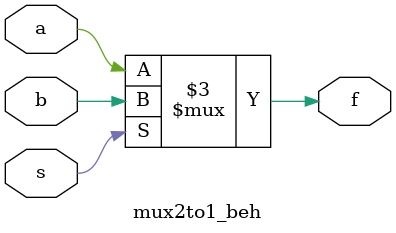
<source format=v>
module mux2to1_beh(a,b,s,f);
    input a,b,s;
    output reg f;
    always@(*)
    begin
        if(s)   f = b;
        else    f = a;
    end
endmodule
</source>
